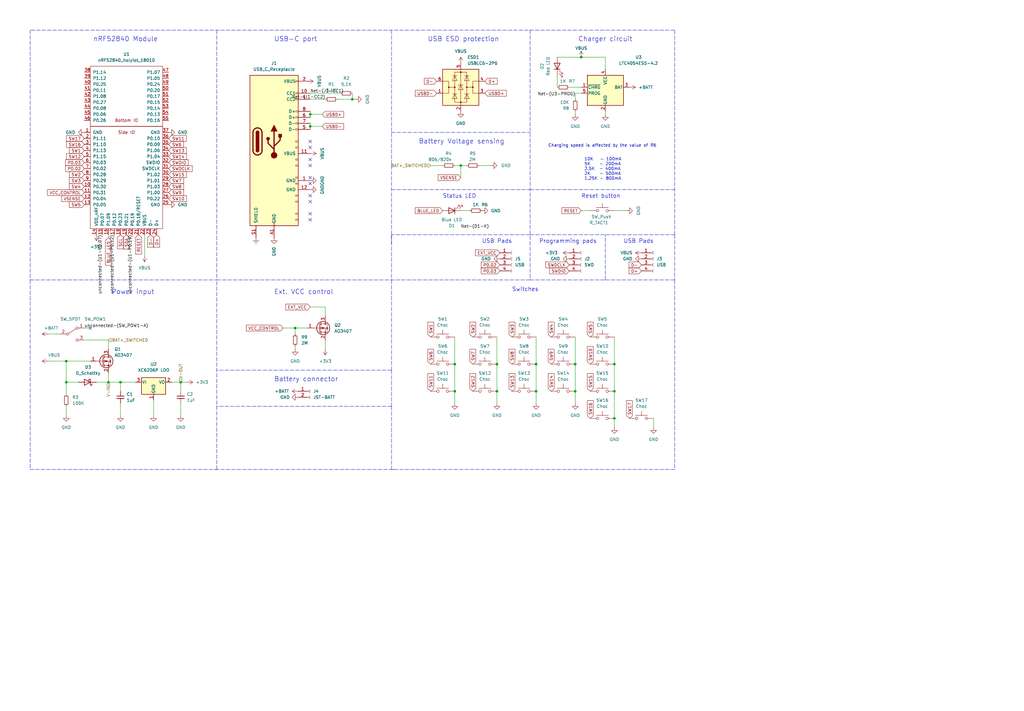
<source format=kicad_sch>
(kicad_sch (version 20211123) (generator eeschema)
  (paper "User" 431.8 299.999)
  (lib_symbols
    (symbol "Battery_Management:LTC4054ES5-4.2" (pin_names (offset 0.254))
      (property "Reference" "U" (at -5.842 6.604 0))
      (property "Value" "LTC4054ES5-4.2" (at 1.524 6.604 0))
      (symbol "LTC4054ES5-4.2_1_1"
        (pin open_collector line (at -10.16 0 0) (length 2.54) (name "~{CHRG}") (number "1"))
        (pin power_in line (at 0 -10.16 90) (length 2.54) (name "GND") (number "2"))
        (pin power_out line (at 10.16 0 180) (length 2.54) (name "BAT") (number "3"))
        (pin power_in line (at 0 7.62 270) (length 2.54) (name "VCC") (number "4"))
        (pin bidirectional line (at -10.16 -2.54 0) (length 2.54) (name "PROG") (number "5"))
      )
    )
    (symbol "Connector:Conn_01x02_Female" (pin_names (offset 1.016) hide)
      (property "Reference" "J" (at 0 2.54 0))
      (property "Value" "Conn_01x02_Female" (at 0 -5.08 0))
      (symbol "Conn_01x02_Female_1_1"
        (pin passive line (at -5.08 0 0) (length 3.81) (name "Pin_1") (number "1"))
        (pin passive line (at -5.08 -2.54 0) (length 3.81) (name "Pin_2") (number "2"))
      )
    )
    (symbol "Connector:Conn_01x04_Female" (pin_names (offset 1.016) hide)
      (property "Reference" "J" (at 0 5.08 0))
      (property "Value" "Conn_01x04_Female" (at 0 -7.62 0))
      (symbol "Conn_01x04_Female_1_1"
        (pin passive line (at -5.08 2.54 0) (length 3.81) (name "Pin_1") (number "1"))
        (pin passive line (at -5.08 0 0) (length 3.81) (name "Pin_2") (number "2"))
        (pin passive line (at -5.08 -2.54 0) (length 3.81) (name "Pin_3") (number "3"))
        (pin passive line (at -5.08 -5.08 0) (length 3.81) (name "Pin_4") (number "4"))
      )
    )
    (symbol "Connector:USB_C_Receptacle" (pin_names (offset 1.016))
      (property "Reference" "J1" (at 0 33.02 0))
      (property "Value" "USB_C_Receptacle" (at 0 30.48 0))
      (symbol "USB_C_Receptacle_1_1"
        (pin passive line (at 15.24 -16.51 180) (length 5.08) (name "GND") (number "1"))
        (pin bidirectional line (at 15.24 20.32 180) (length 5.08) (name "CC1") (number "10"))
        (pin passive line (at 15.24 -5.08 180) (length 5.08) (name "VBUS") (number "11"))
        (pin passive line (at 15.24 -20.32 180) (length 5.08) (name "GND") (number "12"))
        (pin passive line (at 15.24 25.4 180) (length 5.08) (name "VBUS") (number "2"))
        (pin bidirectional line (at 15.24 17.78 180) (length 5.08) (name "CC2") (number "4"))
        (pin bidirectional line (at 15.24 5.08 180) (length 5.08) (name "D-") (number "5"))
        (pin bidirectional line (at 15.24 10.16 180) (length 5.08) (name "D+") (number "6"))
        (pin bidirectional line (at 15.24 7.62 180) (length 5.08) (name "D-") (number "7"))
        (pin bidirectional line (at 15.24 12.7 180) (length 5.08) (name "D+") (number "8"))
        (pin passive line (at 0 -40.64 90) (length 5.08) (name "GND") (number "A1"))
        (pin passive line (at 0 -40.64 90) (length 5.08) hide (name "GND") (number "A12"))
        (pin passive line (at 0 -40.64 90) (length 5.08) hide (name "GND") (number "B1"))
        (pin passive line (at 0 -40.64 90) (length 5.08) hide (name "GND") (number "B12"))
        (pin passive line (at -7.62 -40.64 90) (length 5.08) (name "SHIELD") (number "S1"))
      )
    )
    (symbol "Device:C_Small" (pin_numbers hide) (pin_names (offset 0.254) hide)
      (property "Reference" "C" (at 0.254 1.778 0))
      (property "Value" "C_Small" (at 0.254 -2.032 0))
      (symbol "C_Small_1_1"
        (pin passive line (at 0 2.54 270) (length 2.032) (name "~") (number "1"))
        (pin passive line (at 0 -2.54 90) (length 2.032) (name "~") (number "2"))
      )
    )
    (symbol "Device:D_Schottky" (pin_numbers hide) (pin_names (offset 1.016) hide)
      (property "Reference" "D" (at 0 2.54 0))
      (property "Value" "D_Schottky" (at 0 -2.54 0))
      (symbol "D_Schottky_1_1"
        (pin passive line (at -3.81 0 0) (length 2.54) (name "K") (number "1"))
        (pin passive line (at 3.81 0 180) (length 2.54) (name "A") (number "2"))
      )
    )
    (symbol "Device:LED" (pin_numbers hide) (pin_names (offset 1.016) hide)
      (property "Reference" "D" (at 0 2.54 0))
      (property "Value" "LED" (at 0 -2.54 0))
      (symbol "LED_1_1"
        (pin passive line (at -3.81 0 0) (length 2.54) (name "K") (number "1"))
        (pin passive line (at 3.81 0 180) (length 2.54) (name "A") (number "2"))
      )
    )
    (symbol "Device:R_Small" (pin_numbers hide) (pin_names (offset 0.254) hide)
      (property "Reference" "R" (at 0.762 0.508 0))
      (property "Value" "R_Small" (at 0.762 -1.016 0))
      (symbol "R_Small_1_1"
        (pin passive line (at 0 2.54 270) (length 0.762) (name "~") (number "1"))
        (pin passive line (at 0 -2.54 90) (length 0.762) (name "~") (number "2"))
      )
    )
    (symbol "Power_Protection:USBLC6-2P6" (pin_names hide)
      (property "Reference" "U" (at 2.54 8.89 0))
      (property "Value" "USBLC6-2P6" (at 2.54 -8.89 0))
      (symbol "USBLC6-2P6_1_1"
        (pin passive line (at -10.16 -2.54 0) (length 2.54) (name "I/O1") (number "1"))
        (pin passive line (at 0 -10.16 90) (length 2.54) (name "GND") (number "2"))
        (pin passive line (at 10.16 -2.54 180) (length 2.54) (name "I/O2") (number "3"))
        (pin passive line (at 10.16 2.54 180) (length 2.54) (name "I/O2") (number "4"))
        (pin passive line (at 0 10.16 270) (length 2.54) (name "VBUS") (number "5"))
        (pin passive line (at -10.16 2.54 0) (length 2.54) (name "I/O1") (number "6"))
      )
    )
    (symbol "Switch:SW_Push" (pin_numbers hide) (pin_names (offset 1.016) hide)
      (property "Reference" "SW" (at 1.27 2.54 0))
      (property "Value" "SW_Push" (at 0 -1.524 0))
      (symbol "SW_Push_0_1"
        (pin passive line (at -5.08 0 0) (length 2.54) (name "1") (number "1"))
        (pin passive line (at 5.08 0 180) (length 2.54) (name "2") (number "2"))
      )
    )
    (symbol "Switch:SW_SPDT" (pin_names (offset 0) hide)
      (property "Reference" "SW" (at 0 4.318 0))
      (property "Value" "SW_SPDT" (at 0 -5.08 0))
      (symbol "SW_SPDT_1_1"
        (pin passive line (at 5.08 2.54 180) (length 2.54) (name "A") (number "1"))
        (pin passive line (at -5.08 0 0) (length 2.54) (name "B") (number "2"))
        (pin passive line (at 5.08 -2.54 180) (length 2.54) (name "C") (number "3"))
      )
    )
    (symbol "Transistor_FET:AO3401A" (pin_names hide)
      (property "Reference" "Q" (at 5.08 1.905 0))
      (property "Value" "AO3401A" (at 5.08 0 0))
      (symbol "AO3401A_1_1"
        (pin input line (at -5.08 0 0) (length 2.54) (name "G") (number "1"))
        (pin passive line (at 2.54 -5.08 90) (length 2.54) (name "S") (number "2"))
        (pin passive line (at 2.54 5.08 270) (length 2.54) (name "D") (number "3"))
      )
    )
    (symbol "kicad-keyboard-parts:XC6206PxxxMR-Regulator_Linear" (pin_names (offset 0.254))
      (property "Reference" "U" (at -3.81 3.175 0))
      (property "Value" "XC6206PxxxMR-Regulator_Linear" (at 0 3.175 0))
      (property "LCSC" "C5446" (at 0 0 0))
      (symbol "XC6206PxxxMR-Regulator_Linear_1_1"
        (pin power_in line (at 0 -7.62 90) (length 2.54) (name "GND") (number "1"))
        (pin power_out line (at 7.62 0 180) (length 2.54) (name "VO") (number "2"))
        (pin power_in line (at -7.62 0 0) (length 2.54) (name "VI") (number "3"))
      )
    )
    (symbol "kicad-keyboard-parts:nRF52840_holyiot_18010" (pin_names (offset 1.016))
      (property "Reference" "U" (at -2.54 39.37 0))
      (property "Value" "nRF52840_holyiot_18010" (at 0 36.83 0))
      (symbol "nRF52840_holyiot_18010_0_0"
        (text "Bottom IO" (at 0 11.43 0) (effects (font (size 1.27 1.27))))
        (text "Side IO" (at 0 6.35 0) (effects (font (size 1.27 1.27))))
      )
      (symbol "nRF52840_holyiot_18010_1_1"
        (pin power_in line (at -17.78 6.35 0) (length 2.54) (name "GND") (number "1"))
        (pin bidirectional line (at -17.78 -16.51 0) (length 2.54) (name "P0.30") (number "10"))
        (pin bidirectional line (at -17.78 -19.05 0) (length 2.54) (name "P0.31") (number "11"))
        (pin bidirectional line (at -17.78 -21.59 0) (length 2.54) (name "P0.04") (number "12"))
        (pin bidirectional line (at -17.78 -24.13 0) (length 2.54) (name "P0.05") (number "13"))
        (pin power_in line (at -12.7 -36.83 90) (length 2.54) (name "VDD_nRF") (number "14"))
        (pin bidirectional line (at -10.16 -36.83 90) (length 2.54) (name "P0.07") (number "15"))
        (pin bidirectional line (at -7.62 -36.83 90) (length 2.54) (name "P1.09") (number "16"))
        (pin bidirectional line (at -5.08 -36.83 90) (length 2.54) (name "P0.12") (number "17"))
        (pin bidirectional line (at -2.54 -36.83 90) (length 2.54) (name "P0.23") (number "18"))
        (pin bidirectional line (at 0 -36.83 90) (length 2.54) (name "P0.21") (number "19"))
        (pin bidirectional line (at -17.78 3.81 0) (length 2.54) (name "P1.11") (number "2"))
        (pin bidirectional line (at 2.54 -36.83 90) (length 2.54) (name "P0.19") (number "20"))
        (pin input line (at 5.08 -36.83 90) (length 2.54) (name "P0.18/RESET") (number "21"))
        (pin power_in line (at 7.62 -36.83 90) (length 2.54) (name "VBUS") (number "22"))
        (pin bidirectional line (at 10.16 -36.83 90) (length 2.54) (name "D-") (number "23"))
        (pin bidirectional line (at 12.7 -36.83 90) (length 2.54) (name "D+") (number "24"))
        (pin power_in line (at 17.78 -24.13 180) (length 2.54) (name "GND") (number "25"))
        (pin bidirectional line (at 17.78 -21.59 180) (length 2.54) (name "P0.22") (number "26"))
        (pin bidirectional line (at 17.78 -19.05 180) (length 2.54) (name "P1.00") (number "27"))
        (pin bidirectional line (at 17.78 -16.51 180) (length 2.54) (name "P1.03") (number "28"))
        (pin bidirectional line (at 17.78 -13.97 180) (length 2.54) (name "P1.01") (number "29"))
        (pin bidirectional line (at -17.78 1.27 0) (length 2.54) (name "P1.10") (number "3"))
        (pin bidirectional line (at 17.78 -11.43 180) (length 2.54) (name "P1.02") (number "30"))
        (pin bidirectional line (at 17.78 -8.89 180) (length 2.54) (name "SWDCLK") (number "31"))
        (pin bidirectional line (at 17.78 -6.35 180) (length 2.54) (name "SWDIO") (number "32"))
        (pin bidirectional line (at 17.78 -3.81 180) (length 2.54) (name "P1.04") (number "33"))
        (pin bidirectional line (at 17.78 -1.27 180) (length 2.54) (name "P1.06") (number "34"))
        (pin bidirectional line (at 17.78 1.27 180) (length 2.54) (name "P0.09") (number "35"))
        (pin bidirectional line (at 17.78 3.81 180) (length 2.54) (name "P0.10") (number "36"))
        (pin power_in line (at 17.78 6.35 180) (length 2.54) (name "GND") (number "37"))
        (pin bidirectional line (at -17.78 31.75 0) (length 2.54) (name "P1.14") (number "38"))
        (pin bidirectional line (at -17.78 29.21 0) (length 2.54) (name "P1.12") (number "39"))
        (pin bidirectional line (at -17.78 -1.27 0) (length 2.54) (name "P1.13") (number "4"))
        (pin bidirectional line (at -17.78 26.67 0) (length 2.54) (name "P0.25") (number "40"))
        (pin bidirectional line (at -17.78 24.13 0) (length 2.54) (name "P0.11") (number "41"))
        (pin bidirectional line (at -17.78 21.59 0) (length 2.54) (name "P1.08") (number "42"))
        (pin bidirectional line (at -17.78 19.05 0) (length 2.54) (name "P0.27") (number "43"))
        (pin bidirectional line (at -17.78 16.51 0) (length 2.54) (name "P0.08") (number "44"))
        (pin bidirectional line (at -17.78 13.97 0) (length 2.54) (name "P0.06") (number "45"))
        (pin bidirectional line (at -17.78 11.43 0) (length 2.54) (name "P0.26") (number "46"))
        (pin bidirectional line (at 17.78 31.75 180) (length 2.54) (name "P1.07") (number "47"))
        (pin bidirectional line (at 17.78 29.21 180) (length 2.54) (name "P1.05") (number "48"))
        (pin bidirectional line (at 17.78 26.67 180) (length 2.54) (name "P0.24") (number "49"))
        (pin bidirectional line (at -17.78 -3.81 0) (length 2.54) (name "P1.15") (number "5"))
        (pin bidirectional line (at 17.78 24.13 180) (length 2.54) (name "P0.20") (number "50"))
        (pin bidirectional line (at 17.78 21.59 180) (length 2.54) (name "P0.17") (number "51"))
        (pin bidirectional line (at 17.78 19.05 180) (length 2.54) (name "P0.15") (number "52"))
        (pin bidirectional line (at 17.78 16.51 180) (length 2.54) (name "P0.14") (number "53"))
        (pin bidirectional line (at 17.78 13.97 180) (length 2.54) (name "P0.13") (number "54"))
        (pin bidirectional line (at 17.78 11.43 180) (length 2.54) (name "P0.16") (number "55"))
        (pin bidirectional line (at -17.78 -6.35 0) (length 2.54) (name "P0.03") (number "6"))
        (pin bidirectional line (at -17.78 -8.89 0) (length 2.54) (name "P0.02") (number "7"))
        (pin bidirectional line (at -17.78 -11.43 0) (length 2.54) (name "P0.28") (number "8"))
        (pin bidirectional line (at -17.78 -13.97 0) (length 2.54) (name "P0.29") (number "9"))
      )
    )
    (symbol "power:+3.3V" (power) (pin_names (offset 0))
      (property "Value" "+3.3V" (at 0 3.556 0))
      (symbol "+3.3V_1_1"
        (pin power_in line (at 0 0 90) (length 0) hide (name "+3V3") (number "1"))
      )
    )
    (symbol "power:+BATT" (power) (pin_names (offset 0))
      (property "Value" "+BATT" (at 0 3.556 0))
      (symbol "+BATT_1_1"
        (pin power_in line (at 0 0 90) (length 0) hide (name "+BATT") (number "1"))
      )
    )
    (symbol "power:Earth" (power) (pin_names (offset 0))
      (symbol "Earth_1_1"
        (pin power_in line (at 0 0 270) (length 0) hide (name "Earth") (number "1"))
      )
    )
    (symbol "power:GND" (power) (pin_names (offset 0))
      (property "Value" "GND" (at 0 -3.81 0))
      (symbol "GND_1_1"
        (pin power_in line (at 0 0 270) (length 0) hide (name "GND") (number "1"))
      )
    )
    (symbol "power:VBUS" (power) (pin_names (offset 0))
      (property "Value" "VBUS" (at 0 3.81 0))
      (symbol "VBUS_1_1"
        (pin power_in line (at 0 0 90) (length 0) hide (name "VBUS") (number "1"))
      )
    )
  )
  (junction (at 191.77 165.1))
  (junction (at 50.8 161.29))
  (junction (at 27.94 152.4))
  (junction (at 245.11 24.13))
  (junction (at 27.94 161.29))
  (junction (at 226.06 153.67))
  (junction (at 130.81 53.34))
  (junction (at 76.2 161.29))
  (junction (at 148.59 41.91))
  (junction (at 226.06 165.1))
  (junction (at 242.57 165.1))
  (junction (at 259.08 153.67))
  (junction (at 242.57 153.67))
  (junction (at 191.77 153.67))
  (junction (at 130.81 48.26))
  (junction (at 209.55 153.67))
  (junction (at 259.08 165.1))
  (junction (at 194.31 69.85))
  (junction (at 209.55 165.1))
  (junction (at 45.72 161.29))
  (junction (at 124.46 138.43))
  (junction (at 259.08 176.53))
  (no_connect (at 130.81 92.71))
  (no_connect (at 130.81 90.17))
  (no_connect (at 38.1 138.43))
  (no_connect (at 130.81 85.09))
  (no_connect (at 130.81 77.47))
  (no_connect (at 130.81 62.23))
  (no_connect (at 130.81 69.85))
  (no_connect (at 130.81 74.93))
  (no_connect (at 130.81 67.31))
  (no_connect (at 130.81 59.69))
  (no_connect (at 130.81 82.55))
  (polyline (pts (xy 12.7 118.11) (xy 91.44 118.11)))
  (polyline (pts (xy 91.44 12.7) (xy 91.44 118.11)))
  (wire (pts (xy 76.2 161.29) (xy 76.2 165.1)))
  (wire (pts (xy 124.46 138.43) (xy 129.54 138.43)))
  (wire (pts (xy 119.38 138.43) (xy 124.46 138.43)))
  (wire (pts (xy 130.81 48.26) (xy 130.81 49.53)))
  (wire (pts (xy 209.55 165.1) (xy 209.55 170.18)))
  (wire (pts (xy 50.8 170.18) (xy 50.8 175.26)))
  (wire (pts (xy 50.8 161.29) (xy 50.8 165.1)))
  (wire (pts (xy 194.31 69.85) (xy 196.85 69.85)))
  (wire (pts (xy 191.77 69.85) (xy 194.31 69.85)))
  (wire (pts (xy 60.96 99.06) (xy 60.96 107.95)))
  (polyline (pts (xy 223.52 118.11) (xy 255.27 118.11)))
  (polyline (pts (xy 255.27 118.11) (xy 255.27 99.06)))
  (wire (pts (xy 137.16 147.32) (xy 137.16 143.51)))
  (polyline (pts (xy 165.1 80.01) (xy 223.52 80.01)))
  (wire (pts (xy 194.31 88.9) (xy 198.12 88.9)))
  (wire (pts (xy 242.57 153.67) (xy 242.57 165.1)))
  (wire (pts (xy 35.56 143.51) (xy 45.72 143.51)))
  (wire (pts (xy 240.03 36.83) (xy 245.11 36.83)))
  (wire (pts (xy 242.57 46.99) (xy 242.57 48.26)))
  (wire (pts (xy 245.11 24.13) (xy 255.27 24.13)))
  (wire (pts (xy 27.94 175.26) (xy 27.94 171.45)))
  (wire (pts (xy 275.59 176.53) (xy 275.59 180.34)))
  (wire (pts (xy 194.31 69.85) (xy 194.31 74.93)))
  (wire (pts (xy 76.2 161.29) (xy 78.74 161.29)))
  (wire (pts (xy 72.39 161.29) (xy 76.2 161.29)))
  (wire (pts (xy 25.4 140.97) (xy 20.32 140.97)))
  (polyline (pts (xy 165.1 99.06) (xy 165.1 102.87)))
  (polyline (pts (xy 223.52 99.06) (xy 165.1 99.06)))
  (polyline (pts (xy 165.1 156.21) (xy 91.44 156.21)))
  (polyline (pts (xy 165.1 118.11) (xy 165.1 156.21)))
  (wire (pts (xy 20.32 152.4) (xy 27.94 152.4)))
  (wire (pts (xy 27.94 152.4) (xy 38.1 152.4)))
  (wire (pts (xy 76.2 170.18) (xy 76.2 175.26)))
  (wire (pts (xy 124.46 138.43) (xy 124.46 140.97)))
  (wire (pts (xy 50.8 161.29) (xy 57.15 161.29)))
  (wire (pts (xy 40.64 161.29) (xy 45.72 161.29)))
  (wire (pts (xy 45.72 161.29) (xy 50.8 161.29)))
  (wire (pts (xy 45.72 157.48) (xy 45.72 161.29)))
  (wire (pts (xy 226.06 142.24) (xy 226.06 153.67)))
  (wire (pts (xy 27.94 152.4) (xy 27.94 161.29)))
  (wire (pts (xy 27.94 161.29) (xy 27.94 166.37)))
  (polyline (pts (xy 165.1 55.88) (xy 223.52 55.88)))
  (wire (pts (xy 245.11 39.37) (xy 242.57 39.37)))
  (wire (pts (xy 242.57 39.37) (xy 242.57 41.91)))
  (wire (pts (xy 130.81 48.26) (xy 135.89 48.26)))
  (wire (pts (xy 45.72 99.06) (xy 45.72 100.33)))
  (wire (pts (xy 130.81 129.54) (xy 137.16 129.54)))
  (wire (pts (xy 209.55 142.24) (xy 209.55 153.67)))
  (wire (pts (xy 129.54 34.29) (xy 130.81 34.29)))
  (wire (pts (xy 27.94 161.29) (xy 33.02 161.29)))
  (polyline (pts (xy 91.44 198.12) (xy 91.44 118.11)))
  (polyline (pts (xy 12.7 118.11) (xy 12.7 198.12)))
  (polyline (pts (xy 12.7 198.12) (xy 91.44 198.12)))
  (wire (pts (xy 259.08 88.9) (xy 264.16 88.9)))
  (wire (pts (xy 201.93 69.85) (xy 207.01 69.85)))
  (wire (pts (xy 45.72 147.32) (xy 45.72 143.51)))
  (polyline (pts (xy 284.48 12.7) (xy 12.7 12.7)))
  (polyline (pts (xy 12.7 12.7) (xy 12.7 118.11)))
  (polyline (pts (xy 284.48 99.06) (xy 284.48 12.7)))
  (polyline (pts (xy 223.52 99.06) (xy 284.48 99.06)))
  (wire (pts (xy 35.56 138.43) (xy 38.1 138.43)))
  (wire (pts (xy 234.95 31.75) (xy 234.95 36.83)))
  (wire (pts (xy 226.06 153.67) (xy 226.06 165.1)))
  (wire (pts (xy 130.81 52.07) (xy 130.81 53.34)))
  (wire (pts (xy 259.08 153.67) (xy 259.08 165.1)))
  (wire (pts (xy 242.57 142.24) (xy 242.57 153.67)))
  (wire (pts (xy 148.59 41.91) (xy 149.86 41.91)))
  (wire (pts (xy 142.24 41.91) (xy 148.59 41.91)))
  (wire (pts (xy 242.57 165.1) (xy 242.57 170.18)))
  (wire (pts (xy 209.55 153.67) (xy 209.55 165.1)))
  (wire (pts (xy 130.81 39.37) (xy 143.51 39.37)))
  (wire (pts (xy 130.81 53.34) (xy 130.81 54.61)))
  (wire (pts (xy 130.81 41.91) (xy 137.16 41.91)))
  (wire (pts (xy 259.08 176.53) (xy 259.08 180.34)))
  (wire (pts (xy 259.08 165.1) (xy 259.08 176.53)))
  (wire (pts (xy 255.27 48.26) (xy 255.27 46.99)))
  (wire (pts (xy 259.08 142.24) (xy 259.08 153.67)))
  (wire (pts (xy 191.77 142.24) (xy 191.77 153.67)))
  (wire (pts (xy 191.77 153.67) (xy 191.77 165.1)))
  (wire (pts (xy 191.77 165.1) (xy 191.77 170.18)))
  (wire (pts (xy 255.27 24.13) (xy 255.27 29.21)))
  (polyline (pts (xy 284.48 198.12) (xy 90.17 198.12)))
  (polyline (pts (xy 284.48 118.11) (xy 284.48 198.12)))
  (wire (pts (xy 245.11 88.9) (xy 248.92 88.9)))
  (polyline (pts (xy 165.1 156.21) (xy 165.1 171.45)))
  (polyline (pts (xy 165.1 171.45) (xy 91.44 171.45)))
  (wire (pts (xy 64.77 168.91) (xy 64.77 175.26)))
  (wire (pts (xy 181.61 69.85) (xy 186.69 69.85)))
  (polyline (pts (xy 284.48 99.06) (xy 284.48 118.11)))
  (polyline (pts (xy 284.48 118.11) (xy 255.27 118.11)))
  (wire (pts (xy 226.06 165.1) (xy 226.06 170.18)))
  (wire (pts (xy 130.81 46.99) (xy 130.81 48.26)))
  (polyline (pts (xy 91.44 118.11) (xy 165.1 118.11)))
  (polyline (pts (xy 165.1 12.7) (xy 165.1 118.11)))
  (polyline (pts (xy 165.1 171.45) (xy 165.1 198.12)))
  (polyline (pts (xy 165.1 198.12) (xy 166.37 198.12)))
  (polyline (pts (xy 223.52 118.11) (xy 165.1 118.11)))
  (polyline (pts (xy 223.52 12.7) (xy 223.52 118.11)))
  (wire (pts (xy 130.81 53.34) (xy 135.89 53.34)))
  (wire (pts (xy 137.16 129.54) (xy 137.16 133.35)))
  (wire (pts (xy 124.46 147.32) (xy 124.46 146.05)))
  (wire (pts (xy 234.95 24.13) (xy 245.11 24.13)))
  (wire (pts (xy 148.59 41.91) (xy 148.59 39.37)))
  (polyline (pts (xy 223.52 80.01) (xy 284.48 80.01)))
  (text "Status LED" (at 186.69 83.82 0) (effects (font (size 1.7 1.7)) (justify left bottom)))
  (text "Battery Voltage sensing" (at 176.53 60.96 0) (effects (font (size 2 2)) (justify left bottom)))
  (text "10K   - 100mA\n5K    - 200mA\n2.5K  - 400mA\n2K    - 500mA\n1.25K - 800mA" (at 246.38 76.2 0) (effects (font (size 1.27 1.27)) (justify left bottom)))
  (text "USB-C port" (at 115.57 17.78 0) (effects (font (size 2 2)) (justify left bottom)))
  (text "Battery connector" (at 115.57 161.29 0) (effects (font (size 2 2)) (justify left bottom)))
  (text "Charger circuit" (at 243.84 17.78 0) (effects (font (size 2 2)) (justify left bottom)))
  (text "Switches" (at 215.9 123.19 0) (effects (font (size 1.7 1.7)) (justify left bottom)))
  (text "USB ESD protection" (at 180.34 17.78 0) (effects (font (size 2 2)) (justify left bottom)))
  (text "USB Pads" (at 262.89 102.87 0) (effects (font (size 1.7 1.7)) (justify left bottom)))
  (text "Programming pads" (at 227.33 102.87 0) (effects (font (size 1.7 1.7)) (justify left bottom)))
  (text "nRF52840 Module" (at 39.37 17.78 0) (effects (font (size 2 2)) (justify left bottom)))
  (text "Charging speed is affected by the value of R6" (at 231.14 62.23 0) (effects (font (size 1.27 1.27)) (justify left bottom)))
  (text "USB Pads" (at 203.2 102.87 0) (effects (font (size 1.7 1.7)) (justify left bottom)))
  (text "Reset button" (at 245.11 83.82 0) (effects (font (size 1.7 1.7)) (justify left bottom)))
  (text "Power input" (at 46.99 124.46 0) (effects (font (size 2 2)) (justify left bottom)))
  (text "Ext. VCC control" (at 115.57 124.46 0) (effects (font (size 2 2)) (justify left bottom)))
  (label "unconnected-(SW_POW1-A)" (at 35.56 138.43 0))
  (label "Net-(U3-PROG)" (at 242.57 40.64 180))
  (label "unconnected-(U1-P0.19)" (at 55.88 99.06 270))
  (label "Net-(J1-CC2)" (at 137.16 41.91 180))
  (label "unconnected-(U1-P0.07)" (at 43.18 99.06 270))
  (label "Net-(J1-CC1)" (at 130.81 39.37 0))
  (label "Net-(D1-K)" (at 194.31 96.52 0))
  (label "unconnected-(U1-P0.12)" (at 48.26 99.06 270))
  (global_label "BLUE_LED" (shape input) (at 186.69 88.9 180) (property "Intersheet References" "${INTERSHEET_REFS}" (effects hide)))
  (global_label "USBD-" (shape input) (at 135.89 53.34 0) (property "Intersheet References" "${INTERSHEET_REFS}" (effects hide)))
  (global_label "BLUE_LED" (shape input) (at 45.72 100.33 270) (property "Intersheet References" "${INTERSHEET_REFS}" (effects hide)))
  (global_label "SWDCLK" (shape input) (at 240.03 111.76 180) (property "Intersheet References" "${INTERSHEET_REFS}" (effects hide)))
  (global_label "SW2" (shape input) (at 199.39 142.24 90) (property "Intersheet References" "${INTERSHEET_REFS}" (effects hide)))
  (global_label "SW6" (shape input) (at 181.61 153.67 90) (property "Intersheet References" "${INTERSHEET_REFS}" (effects hide)))
  (global_label "SW17" (shape input) (at 35.56 58.42 180) (property "Intersheet References" "${INTERSHEET_REFS}" (effects hide)))
  (global_label "P0.03" (shape input) (at 210.82 114.3 180) (property "Intersheet References" "${INTERSHEET_REFS}" (effects hide)))
  (global_label "SW11" (shape input) (at 181.61 165.1 90) (property "Intersheet References" "${INTERSHEET_REFS}" (effects hide)))
  (global_label "SW2" (shape input) (at 35.56 73.66 180) (property "Intersheet References" "${INTERSHEET_REFS}" (effects hide)))
  (global_label "D-" (shape input) (at 270.51 111.76 180) (property "Intersheet References" "${INTERSHEET_REFS}" (effects hide)))
  (global_label "SCL" (shape input) (at 50.8 99.06 270) (property "Intersheet References" "${INTERSHEET_REFS}" (effects hide)))
  (global_label "SDA" (shape input) (at 53.34 99.06 270) (property "Intersheet References" "${INTERSHEET_REFS}" (effects hide)))
  (global_label "SW10" (shape input) (at 248.92 153.67 90) (property "Intersheet References" "${INTERSHEET_REFS}" (effects hide)))
  (global_label "SWDCLK" (shape input) (at 71.12 71.12 0) (property "Intersheet References" "${INTERSHEET_REFS}" (effects hide)))
  (global_label "SW10" (shape input) (at 71.12 83.82 0) (property "Intersheet References" "${INTERSHEET_REFS}" (effects hide)))
  (global_label "D-" (shape input) (at 184.15 34.29 180) (property "Intersheet References" "${INTERSHEET_REFS}" (effects hide)))
  (global_label "USBD-" (shape input) (at 184.15 39.37 180) (property "Intersheet References" "${INTERSHEET_REFS}" (effects hide)))
  (global_label "SW6" (shape input) (at 71.12 60.96 0) (property "Intersheet References" "${INTERSHEET_REFS}" (effects hide)))
  (global_label "D-" (shape input) (at 63.5 99.06 270) (property "Intersheet References" "${INTERSHEET_REFS}" (effects hide)))
  (global_label "SW11" (shape input) (at 71.12 58.42 0) (property "Intersheet References" "${INTERSHEET_REFS}" (effects hide)))
  (global_label "VSENSE" (shape input) (at 35.56 83.82 180) (property "Intersheet References" "${INTERSHEET_REFS}" (effects hide)))
  (global_label "SW4" (shape input) (at 232.41 142.24 90) (property "Intersheet References" "${INTERSHEET_REFS}" (effects hide)))
  (global_label "SW14" (shape input) (at 71.12 66.04 0) (property "Intersheet References" "${INTERSHEET_REFS}" (effects hide)))
  (global_label "SW15" (shape input) (at 248.92 165.1 90) (property "Intersheet References" "${INTERSHEET_REFS}" (effects hide)))
  (global_label "SW3" (shape input) (at 35.56 76.2 180) (property "Intersheet References" "${INTERSHEET_REFS}" (effects hide)))
  (global_label "VSENSE" (shape input) (at 194.31 74.93 180) (property "Intersheet References" "${INTERSHEET_REFS}" (effects hide)))
  (global_label "USBD+" (shape input) (at 135.89 48.26 0) (property "Intersheet References" "${INTERSHEET_REFS}" (effects hide)))
  (global_label "SW15" (shape input) (at 71.12 73.66 0) (property "Intersheet References" "${INTERSHEET_REFS}" (effects hide)))
  (global_label "D+" (shape input) (at 66.04 99.06 270) (property "Intersheet References" "${INTERSHEET_REFS}" (effects hide)))
  (global_label "SW13" (shape input) (at 71.12 63.5 0) (property "Intersheet References" "${INTERSHEET_REFS}" (effects hide)))
  (global_label "SWDIO" (shape input) (at 71.12 68.58 0) (property "Intersheet References" "${INTERSHEET_REFS}" (effects hide)))
  (global_label "SW12" (shape input) (at 35.56 66.04 180) (property "Intersheet References" "${INTERSHEET_REFS}" (effects hide)))
  (global_label "SW1" (shape input) (at 181.61 142.24 90) (property "Intersheet References" "${INTERSHEET_REFS}" (effects hide)))
  (global_label "EXT_VCC" (shape input) (at 210.82 106.68 180) (property "Intersheet References" "${INTERSHEET_REFS}" (effects hide)))
  (global_label "D+" (shape input) (at 204.47 34.29 0) (property "Intersheet References" "${INTERSHEET_REFS}" (effects hide)))
  (global_label "SW8" (shape input) (at 71.12 78.74 0) (property "Intersheet References" "${INTERSHEET_REFS}" (effects hide)))
  (global_label "D+" (shape input) (at 270.51 114.3 180) (property "Intersheet References" "${INTERSHEET_REFS}" (effects hide)))
  (global_label "SW17" (shape input) (at 265.43 176.53 90) (property "Intersheet References" "${INTERSHEET_REFS}" (effects hide)))
  (global_label "SW7" (shape input) (at 199.39 153.67 90) (property "Intersheet References" "${INTERSHEET_REFS}" (effects hide)))
  (global_label "SW9" (shape input) (at 71.12 81.28 0) (property "Intersheet References" "${INTERSHEET_REFS}" (effects hide)))
  (global_label "SW16" (shape input) (at 248.92 176.53 90) (property "Intersheet References" "${INTERSHEET_REFS}" (effects hide)))
  (global_label "P0.02" (shape input) (at 210.82 111.76 180) (property "Intersheet References" "${INTERSHEET_REFS}" (effects hide)))
  (global_label "SW8" (shape input) (at 215.9 153.67 90) (property "Intersheet References" "${INTERSHEET_REFS}" (effects hide)))
  (global_label "SW3" (shape input) (at 215.9 142.24 90) (property "Intersheet References" "${INTERSHEET_REFS}" (effects hide)))
  (global_label "SW12" (shape input) (at 199.39 165.1 90) (property "Intersheet References" "${INTERSHEET_REFS}" (effects hide)))
  (global_label "SW5" (shape input) (at 248.92 142.24 90) (property "Intersheet References" "${INTERSHEET_REFS}" (effects hide)))
  (global_label "RESET" (shape input) (at 58.42 99.06 270) (property "Intersheet References" "${INTERSHEET_REFS}" (effects hide)))
  (global_label "SW7" (shape input) (at 71.12 76.2 0) (property "Intersheet References" "${INTERSHEET_REFS}" (effects hide)))
  (global_label "SW4" (shape input) (at 35.56 78.74 180) (property "Intersheet References" "${INTERSHEET_REFS}" (effects hide)))
  (global_label "SW9" (shape input) (at 232.41 153.67 90) (property "Intersheet References" "${INTERSHEET_REFS}" (effects hide)))
  (global_label "VCC_CONTROL" (shape input) (at 35.56 81.28 180) (property "Intersheet References" "${INTERSHEET_REFS}" (effects hide)))
  (global_label "P0.03" (shape input) (at 35.56 68.58 180) (property "Intersheet References" "${INTERSHEET_REFS}" (effects hide)))
  (global_label "VCC_CONTROL" (shape input) (at 119.38 138.43 180) (property "Intersheet References" "${INTERSHEET_REFS}" (effects hide)))
  (global_label "SW16" (shape input) (at 35.56 60.96 180) (property "Intersheet References" "${INTERSHEET_REFS}" (effects hide)))
  (global_label "SW14" (shape input) (at 232.41 165.1 90) (property "Intersheet References" "${INTERSHEET_REFS}" (effects hide)))
  (global_label "SW1" (shape input) (at 35.56 63.5 180) (property "Intersheet References" "${INTERSHEET_REFS}" (effects hide)))
  (global_label "SW5" (shape input) (at 35.56 86.36 180) (property "Intersheet References" "${INTERSHEET_REFS}" (effects hide)))
  (global_label "USBD+" (shape input) (at 204.47 39.37 0) (property "Intersheet References" "${INTERSHEET_REFS}" (effects hide)))
  (global_label "SWDIO" (shape input) (at 240.03 114.3 180) (property "Intersheet References" "${INTERSHEET_REFS}" (effects hide)))
  (global_label "EXT_VCC" (shape input) (at 130.81 129.54 180) (property "Intersheet References" "${INTERSHEET_REFS}" (effects hide)))
  (global_label "RESET" (shape input) (at 245.11 88.9 180) (property "Intersheet References" "${INTERSHEET_REFS}" (effects hide)))
  (global_label "SW13" (shape input) (at 215.9 165.1 90) (property "Intersheet References" "${INTERSHEET_REFS}" (effects hide)))
  (global_label "P0.02" (shape input) (at 35.56 71.12 180) (property "Intersheet References" "${INTERSHEET_REFS}" (effects hide)))
  (hierarchical_label "BAT+_SWITCHED" (shape input) (at 181.61 69.85 180))
  (hierarchical_label "BAT+_SWITCHED" (shape input) (at 45.72 143.51 0))
  (hierarchical_label "V-IN" (shape input) (at 45.72 161.29 270))
  (hierarchical_label "V-OUT" (shape input) (at 76.2 161.29 90))
  (symbol (lib_id "Device:R_Small") (at 199.39 69.85 90) (unit 1)
    (property "Reference" "R5" (at 200.66 64.77 90) (effects (justify left)))
    (property "Value" "2M" (at 200.6599 67.31 90) (effects (justify left)))
    (property "Footprint" "Resistor_SMD:R_0603_1608Metric" (effects hide))
  )
  (symbol (lib_id "power:GND") (at 242.57 48.26 0) (unit 1)
    (property "Reference" "#PWR0134" (effects hide))
    (property "Value" "GND" (at 242.57 53.34 0))
  )
  (symbol (lib_id "Switch:SW_Push") (at 220.98 153.67 0) (unit 1)
    (property "Reference" "SW8" (at 220.98 146.05 0))
    (property "Value" "Choc" (at 220.98 148.59 0))
    (property "Footprint" "kiboard_cache:PG13500-reversible" (effects hide))
  )
  (symbol (lib_id "power:GND") (at 130.81 76.2 90) (unit 1)
    (property "Reference" "#PWR0133" (effects hide))
    (property "Value" "GND" (at 135.89 76.2 0))
  )
  (symbol (lib_id "Battery_Management:LTC4054ES5-4.2") (at 255.27 36.83 0) (unit 1)
    (property "Reference" "U3" (at 269.24 24.13 0))
    (property "Value" "LTC4054ES5-4.2" (at 269.24 26.67 0))
    (property "Footprint" "Package_TO_SOT_SMD:TSOT-23-5" (effects hide))
    (property "Datasheet" "https://www.analog.com/media/en/technical-documentation/data-sheets/405442xf.pdf" (effects hide))
  )
  (symbol (lib_id "power:GND") (at 226.06 170.18 0) (unit 1)
    (property "Reference" "#PWR0140" (effects hide))
    (property "Value" "GND" (at 226.06 175.26 0))
  )
  (symbol (lib_id "power:GND") (at 130.81 80.01 90) (unit 1)
    (property "Reference" "#PWR0144" (effects hide))
    (property "Value" "GND" (at 135.89 80.01 0))
  )
  (symbol (lib_id "power:GND") (at 210.82 109.22 270) (unit 1)
    (property "Reference" "#PWR0114" (effects hide))
    (property "Value" "GND" (at 207.01 109.2199 90) (effects (justify right)))
  )
  (symbol (lib_id "Switch:SW_Push") (at 186.69 153.67 0) (unit 1)
    (property "Reference" "SW6" (at 186.69 146.05 0))
    (property "Value" "Choc" (at 186.69 148.59 0))
    (property "Footprint" "kiboard_cache:PG13500-reversible" (effects hide))
  )
  (symbol (lib_id "power:GND") (at 194.31 46.99 0) (unit 1)
    (property "Reference" "#PWR0136" (effects hide))
    (property "Value" "GND" (at 194.31 52.07 0))
  )
  (symbol (lib_id "Power_Protection:USBLC6-2P6") (at 194.31 36.83 0) (unit 1)
    (property "Reference" "ESD1" (at 197.0787 24.13 0) (effects (justify left)))
    (property "Value" "USBLC6-2P6" (at 197.0787 26.67 0) (effects (justify left)))
    (property "Footprint" "Package_TO_SOT_SMD:SOT-666" (effects hide))
    (property "Datasheet" "https://www.st.com/resource/en/datasheet/usblc6-2.pdf" (effects hide))
  )
  (symbol (lib_id "Switch:SW_Push") (at 254 88.9 0) (unit 1)
    (property "Reference" "R_TACT1" (at 256.54 93.98 0) (effects (justify right)))
    (property "Value" "SW_Push" (at 257.81 91.44 0) (effects (justify right)))
    (property "Footprint" "Button_Switch_SMD:SW_SPST_EVQP7C" (effects hide))
  )
  (symbol (lib_id "power:GND") (at 270.51 109.22 270) (unit 1)
    (property "Reference" "#PWR0127" (effects hide))
    (property "Value" "GND" (at 266.7 109.2199 90) (effects (justify right)))
  )
  (symbol (lib_id "power:GND") (at 76.2 175.26 0) (unit 1)
    (property "Reference" "#PWR0101" (effects hide))
    (property "Value" "GND" (at 76.2 180.34 0))
  )
  (symbol (lib_id "Device:R_Small") (at 124.46 143.51 0) (unit 1)
    (property "Reference" "R9" (at 127 142.24 0) (effects (justify left)))
    (property "Value" "2M" (at 127 144.7799 0) (effects (justify left)))
    (property "Footprint" "Resistor_SMD:R_0603_1608Metric" (effects hide))
  )
  (symbol (lib_id "Device:C_Small") (at 76.2 167.64 0) (unit 1)
    (property "Reference" "C2" (at 78.74 166.3762 0) (effects (justify left)))
    (property "Value" "1uF" (at 78.74 168.9162 0) (effects (justify left)))
    (property "Footprint" "Capacitor_SMD:C_0603_1608Metric" (effects hide))
  )
  (symbol (lib_id "kicad-keyboard-parts:nRF52840_holyiot_18010") (at 53.34 62.23 0) (unit 1)
    (property "Reference" "U1" (at 53.34 22.86 0))
    (property "Value" "nRF52840_holyiot_18010" (at 53.34 25.4 0))
    (property "Footprint" "nRF52840_holyiot_18010" (effects hide))
    (property "Datasheet" "http://www.holyiot.com/tp/2019042516322180424.pdf" (effects hide))
  )
  (symbol (lib_id "Switch:SW_Push") (at 254 165.1 0) (unit 1)
    (property "Reference" "SW15" (at 254 157.48 0))
    (property "Value" "Choc" (at 254 160.02 0))
    (property "Footprint" "kiboard_cache:PG13500-reversible" (effects hide))
  )
  (symbol (lib_id "Device:R_Small") (at 242.57 44.45 180) (unit 1)
    (property "Reference" "R8" (at 240.03 45.72 0) (effects (justify left)))
    (property "Value" "10K" (at 240.03 43.1801 0) (effects (justify left)))
    (property "Footprint" "Resistor_SMD:R_0603_1608Metric" (effects hide))
  )
  (symbol (lib_id "power:GND") (at 71.12 86.36 90) (unit 1)
    (property "Reference" "#PWR0115" (effects hide))
    (property "Value" "GND" (at 74.93 86.3599 90) (effects (justify right)))
  )
  (symbol (lib_id "power:+3.3V") (at 78.74 161.29 270) (unit 1)
    (property "Reference" "#PWR0102" (effects hide))
    (property "Value" "+3.3V" (at 82.55 161.2899 90) (effects (justify left)))
  )
  (symbol (lib_id "Switch:SW_Push") (at 204.47 153.67 0) (unit 1)
    (property "Reference" "SW7" (at 204.47 146.05 0))
    (property "Value" "Choc" (at 204.47 148.59 0))
    (property "Footprint" "kiboard_cache:PG13500-reversible" (effects hide))
  )
  (symbol (lib_id "power:GND") (at 35.56 55.88 270) (unit 1)
    (property "Reference" "#PWR0117" (effects hide))
    (property "Value" "GND" (at 31.75 55.8799 90) (effects (justify right)))
  )
  (symbol (lib_id "power:VBUS") (at 20.32 152.4 90) (unit 1)
    (property "Reference" "#PWR0103" (effects hide))
    (property "Value" "VBUS" (at 25.4 149.86 90) (effects (justify left)))
  )
  (symbol (lib_id "Switch:SW_Push") (at 204.47 142.24 0) (unit 1)
    (property "Reference" "SW2" (at 204.47 134.62 0))
    (property "Value" "Choc" (at 204.47 137.16 0))
    (property "Footprint" "kiboard_cache:PG13500-reversible" (effects hide))
  )
  (symbol (lib_id "power:GND") (at 203.2 88.9 90) (unit 1)
    (property "Reference" "#PWR0131" (effects hide))
    (property "Value" "GND" (at 207.01 88.8999 90) (effects (justify right)))
  )
  (symbol (lib_id "Connector:Conn_01x04_Female") (at 215.9 109.22 0) (unit 1)
    (property "Reference" "J5" (at 217.17 109.2199 0) (effects (justify left)))
    (property "Value" "USB" (at 217.17 111.7599 0) (effects (justify left)))
    (property "Footprint" "Connector_PinHeader_2.00mm:PinHeader_1x04_P2.00mm_Vertical" (effects hide))
  )
  (symbol (lib_id "Transistor_FET:AO3401A") (at 134.62 138.43 0) (unit 1)
    (property "Reference" "Q2" (at 140.97 137.1599 0) (effects (justify left)))
    (property "Value" "AO3407" (at 140.97 139.6999 0) (effects (justify left)))
    (property "Footprint" "Package_TO_SOT_SMD:SOT-23" (effects hide))
    (property "Datasheet" "http://www.aosmd.com/pdfs/datasheet/AO3401A.pdf" (effects hide))
  )
  (symbol (lib_id "Connector:Conn_01x02_Female") (at 130.81 165.1 0) (unit 1)
    (property "Reference" "J4" (at 132.08 165.0999 0) (effects (justify left)))
    (property "Value" "JST-BATT" (at 132.08 167.6399 0) (effects (justify left)))
    (property "Footprint" "Connector_JST:JST_PH_S2B-PH-K_1x02_P2.00mm_Horizontal" (effects hide))
  )
  (symbol (lib_id "power:GND") (at 64.77 175.26 0) (unit 1)
    (property "Reference" "#PWR0106" (effects hide))
    (property "Value" "GND" (at 64.77 180.34 0))
  )
  (symbol (lib_id "Device:D_Schottky") (at 36.83 161.29 180) (unit 1)
    (property "Reference" "D3" (at 37.1475 154.94 0))
    (property "Value" "D_Schottky" (at 37.1475 157.48 0))
    (property "Footprint" "Diode_SMD:D_SOD-323" (effects hide))
  )
  (symbol (lib_id "Switch:SW_Push") (at 254 153.67 0) (unit 1)
    (property "Reference" "SW10" (at 254 146.05 0))
    (property "Value" "Choc" (at 254 148.59 0))
    (property "Footprint" "kiboard_cache:PG13500-reversible" (effects hide))
  )
  (symbol (lib_id "power:+3.3V") (at 137.16 147.32 180) (unit 1)
    (property "Reference" "#PWR0112" (effects hide))
    (property "Value" "+3.3V" (at 137.16 152.4 0))
  )
  (symbol (lib_id "power:GND") (at 275.59 180.34 0) (unit 1)
    (property "Reference" "#PWR0142" (effects hide))
    (property "Value" "GND" (at 275.59 185.42 0))
  )
  (symbol (lib_id "power:GND") (at 255.27 48.26 0) (unit 1)
    (property "Reference" "#PWR0135" (effects hide))
    (property "Value" "GND" (at 255.27 53.34 0))
  )
  (symbol (lib_id "power:VBUS") (at 245.11 24.13 0) (unit 1)
    (property "Reference" "#PWR0123" (effects hide))
    (property "Value" "VBUS" (at 245.11 20.32 0))
  )
  (symbol (lib_id "Device:R_Small") (at 200.66 88.9 90) (unit 1)
    (property "Reference" "R6" (at 205.74 86.36 90) (effects (justify left)))
    (property "Value" "1K" (at 201.93 86.36 90) (effects (justify left)))
    (property "Footprint" "Resistor_SMD:R_0603_1608Metric" (effects hide))
  )
  (symbol (lib_id "Device:C_Small") (at 50.8 167.64 0) (unit 1)
    (property "Reference" "C1" (at 53.34 166.3762 0) (effects (justify left)))
    (property "Value" "1uF" (at 53.34 168.9162 0) (effects (justify left)))
    (property "Footprint" "Capacitor_SMD:C_0603_1608Metric" (effects hide))
  )
  (symbol (lib_id "power:VBUS") (at 129.54 34.29 270) (unit 1)
    (property "Reference" "#PWR0118" (effects hide))
    (property "Value" "VBUS" (at 134.62 34.29 0))
  )
  (symbol (lib_id "power:+3.3V") (at 40.64 99.06 180) (unit 1)
    (property "Reference" "#PWR0120" (effects hide))
    (property "Value" "+3.3V" (at 40.64 104.14 0))
  )
  (symbol (lib_id "Device:R_Small") (at 189.23 69.85 90) (unit 1)
    (property "Reference" "R4" (at 190.5 64.77 90) (effects (justify left)))
    (property "Value" "806/820k" (at 190.4999 67.31 90) (effects (justify left)))
    (property "Footprint" "Resistor_SMD:R_0603_1608Metric" (effects hide))
  )
  (symbol (lib_id "Switch:SW_SPDT") (at 30.48 140.97 0) (unit 1)
    (property "Reference" "SW_POW1" (at 35.56 134.62 0) (effects (justify left)))
    (property "Value" "SW_SPDT" (at 25.4 134.62 0) (effects (justify left)))
    (property "Footprint" "Button_Switch_SMD:SW_SPDT_PCM12" (effects hide))
  )
  (symbol (lib_id "Device:R_Small") (at 146.05 39.37 90) (mirror x) (unit 1)
    (property "Reference" "R2" (at 146.05 33.02 90))
    (property "Value" "5.1K" (at 146.05 35.56 90))
    (property "Footprint" "Resistor_SMD:R_0603_1608Metric" (effects hide))
  )
  (symbol (lib_id "Switch:SW_Push") (at 254 176.53 0) (unit 1)
    (property "Reference" "SW16" (at 254 168.91 0))
    (property "Value" "Choc" (at 254 171.45 0))
    (property "Footprint" "kiboard_cache:PG13500-reversible" (effects hide))
  )
  (symbol (lib_id "power:GND") (at 240.03 109.22 270) (unit 1)
    (property "Reference" "#PWR0126" (effects hide))
    (property "Value" "GND" (at 236.22 109.2199 90) (effects (justify right)))
  )
  (symbol (lib_id "kicad-keyboard-parts:XC6206PxxxMR-Regulator_Linear") (at 64.77 161.29 0) (unit 1)
    (property "Reference" "U2" (at 64.77 153.67 0))
    (property "Value" "XC6206P LDO" (at 64.77 156.21 0))
    (property "Footprint" "Package_TO_SOT_SMD:SOT-23" (effects hide))
    (property "Datasheet" "https://www.torexsemi.com/file/xc6206/XC6206.pdf" (effects hide))
    (property "LCSC" "C5446" (effects hide))
  )
  (symbol (lib_id "Switch:SW_Push") (at 237.49 153.67 0) (unit 1)
    (property "Reference" "SW9" (at 237.49 146.05 0))
    (property "Value" "Choc" (at 237.49 148.59 0))
    (property "Footprint" "kiboard_cache:PG13500-reversible" (effects hide))
  )
  (symbol (lib_id "power:+3.3V") (at 240.03 106.68 90) (unit 1)
    (property "Reference" "#PWR0125" (effects hide))
    (property "Value" "+3.3V" (at 229.87 106.68 90) (effects (justify right)))
  )
  (symbol (lib_id "power:Earth") (at 107.95 100.33 0) (unit 1)
    (property "Reference" "#PWR0109" (effects hide))
    (property "Value" "Earth" (effects hide))
  )
  (symbol (lib_id "power:GND") (at 124.46 147.32 0) (unit 1)
    (property "Reference" "#PWR0111" (effects hide))
    (property "Value" "GND" (at 124.46 152.4 0))
  )
  (symbol (lib_id "Switch:SW_Push") (at 204.47 165.1 0) (unit 1)
    (property "Reference" "SW12" (at 204.47 157.48 0))
    (property "Value" "Choc" (at 204.47 160.02 0))
    (property "Footprint" "kiboard_cache:PG13500-reversible" (effects hide))
  )
  (symbol (lib_id "Device:R_Small") (at 139.7 41.91 90) (unit 1)
    (property "Reference" "R1" (at 139.7 35.56 90))
    (property "Value" "5.1K" (at 139.7 38.1 90))
    (property "Footprint" "Resistor_SMD:R_0603_1608Metric" (effects hide))
  )
  (symbol (lib_id "Switch:SW_Push") (at 254 142.24 0) (unit 1)
    (property "Reference" "SW5" (at 254 134.62 0))
    (property "Value" "Choc" (at 254 137.16 0))
    (property "Footprint" "kiboard_cache:PG13500-reversible" (effects hide))
  )
  (symbol (lib_id "power:GND") (at 71.12 55.88 90) (unit 1)
    (property "Reference" "#PWR0119" (effects hide))
    (property "Value" "GND" (at 74.93 55.8799 90) (effects (justify right)))
  )
  (symbol (lib_id "power:VBUS") (at 194.31 26.67 0) (unit 1)
    (property "Reference" "#PWR0122" (effects hide))
    (property "Value" "VBUS" (at 194.31 21.59 0))
  )
  (symbol (lib_id "Device:LED") (at 190.5 88.9 180) (unit 1)
    (property "Reference" "D1" (at 190.5 95.25 0))
    (property "Value" "Blue LED" (at 190.5 92.71 0))
    (property "Footprint" "LED_SMD:LED_0603_1608Metric" (effects hide))
  )
  (symbol (lib_id "power:VBUS") (at 60.96 107.95 0) (mirror x) (unit 1)
    (property "Reference" "#PWR0121" (effects hide))
    (property "Value" "VBUS" (at 60.96 113.03 0))
  )
  (symbol (lib_id "power:GND") (at 191.77 170.18 0) (unit 1)
    (property "Reference" "#PWR0139" (effects hide))
    (property "Value" "GND" (at 191.77 175.26 0))
  )
  (symbol (lib_id "Switch:SW_Push") (at 186.69 142.24 0) (unit 1)
    (property "Reference" "SW1" (at 186.69 134.62 0))
    (property "Value" "Choc" (at 186.69 137.16 0))
    (property "Footprint" "kiboard_cache:PG13500-reversible" (effects hide))
  )
  (symbol (lib_id "power:VBUS") (at 130.81 64.77 270) (unit 1)
    (property "Reference" "#PWR0145" (effects hide))
    (property "Value" "VBUS" (at 135.89 64.77 0))
  )
  (symbol (lib_id "power:GND") (at 27.94 175.26 0) (unit 1)
    (property "Reference" "#PWR0105" (effects hide))
    (property "Value" "GND" (at 27.94 180.34 0))
  )
  (symbol (lib_id "Connector:Conn_01x04_Female") (at 275.59 109.22 0) (unit 1)
    (property "Reference" "J3" (at 276.86 109.2199 0) (effects (justify left)))
    (property "Value" "USB" (at 276.86 111.7599 0) (effects (justify left)))
    (property "Footprint" "Connector_PinSocket_1.00mm:PinSocket_1x04_P1.00mm_Vertical" (effects hide))
  )
  (symbol (lib_id "Device:LED") (at 234.95 27.94 90) (unit 1)
    (property "Reference" "D2" (at 228.6 27.94 0))
    (property "Value" "Red LED" (at 231.14 27.94 0))
    (property "Footprint" "LED_SMD:LED_0603_1608Metric" (effects hide))
  )
  (symbol (lib_id "power:GND") (at 149.86 41.91 90) (unit 1)
    (property "Reference" "#PWR0137" (effects hide))
    (property "Value" "GND" (at 154.94 41.91 0))
  )
  (symbol (lib_id "Connector:Conn_01x04_Female") (at 245.11 109.22 0) (unit 1)
    (property "Reference" "J2" (at 246.38 109.2199 0) (effects (justify left)))
    (property "Value" "SWD" (at 246.38 111.7599 0) (effects (justify left)))
    (property "Footprint" "Connector_PinSocket_1.00mm:PinSocket_1x04_P1.00mm_Vertical" (effects hide))
  )
  (symbol (lib_id "Connector:USB_C_Receptacle") (at 115.57 59.69 0) (unit 1)
    (property "Reference" "J1" (at 115.57 26.67 0))
    (property "Value" "USB_C_Receptacle" (at 115.57 29.21 0))
    (property "Footprint" "USB-C-12-Pin-MidMount" (effects hide))
  )
  (symbol (lib_id "power:GND") (at 125.73 167.64 270) (unit 1)
    (property "Reference" "#PWR0113" (effects hide))
    (property "Value" "GND" (at 118.11 167.64 90) (effects (justify left)))
  )
  (symbol (lib_id "Switch:SW_Push") (at 270.51 176.53 0) (unit 1)
    (property "Reference" "SW17" (at 270.51 168.91 0))
    (property "Value" "Choc" (at 270.51 171.45 0))
    (property "Footprint" "kiboard_cache:PG13500-reversible" (effects hide))
  )
  (symbol (lib_id "power:GND") (at 209.55 170.18 0) (unit 1)
    (property "Reference" "#PWR0138" (effects hide))
    (property "Value" "GND" (at 209.55 175.26 0))
  )
  (symbol (lib_id "power:VBUS") (at 270.51 106.68 90) (unit 1)
    (property "Reference" "#PWR0128" (effects hide))
    (property "Value" "VBUS" (at 266.7 106.6799 90) (effects (justify left)))
  )
  (symbol (lib_id "power:GND") (at 259.08 180.34 0) (unit 1)
    (property "Reference" "#PWR0143" (effects hide))
    (property "Value" "GND" (at 259.08 185.42 0))
  )
  (symbol (lib_id "power:GND") (at 207.01 69.85 90) (unit 1)
    (property "Reference" "#PWR0132" (effects hide))
    (property "Value" "GND" (at 213.36 69.85 90))
  )
  (symbol (lib_id "Device:R_Small") (at 27.94 168.91 0) (unit 1)
    (property "Reference" "R3" (at 30.48 167.6399 0) (effects (justify left)))
    (property "Value" "100K" (at 30.48 170.1799 0) (effects (justify left)))
    (property "Footprint" "Resistor_SMD:R_0603_1608Metric" (effects hide))
  )
  (symbol (lib_id "Transistor_FET:AO3401A") (at 43.18 152.4 0) (unit 1)
    (property "Reference" "Q1" (at 48.26 147.32 0) (effects (justify left)))
    (property "Value" "AO3407" (at 48.26 149.86 0) (effects (justify left)))
    (property "Footprint" "Package_TO_SOT_SMD:SOT-23" (effects hide))
    (property "Datasheet" "http://www.aosmd.com/pdfs/datasheet/AO3401A.pdf" (effects hide))
  )
  (symbol (lib_id "Switch:SW_Push") (at 220.98 142.24 0) (unit 1)
    (property "Reference" "SW3" (at 220.98 134.62 0))
    (property "Value" "Choc" (at 220.98 137.16 0))
    (property "Footprint" "kiboard_cache:PG13500-reversible" (effects hide))
  )
  (symbol (lib_id "power:GND") (at 115.57 100.33 0) (unit 1)
    (property "Reference" "#PWR0108" (effects hide))
    (property "Value" "GND" (at 115.5699 104.14 90) (effects (justify right)))
  )
  (symbol (lib_id "power:+BATT") (at 125.73 165.1 90) (unit 1)
    (property "Reference" "#PWR0110" (effects hide))
    (property "Value" "+BATT" (at 121.92 165.0999 90) (effects (justify left)))
  )
  (symbol (lib_id "power:GND") (at 50.8 175.26 0) (unit 1)
    (property "Reference" "#PWR0107" (effects hide))
    (property "Value" "GND" (at 50.8 180.34 0))
  )
  (symbol (lib_id "Switch:SW_Push") (at 220.98 165.1 0) (unit 1)
    (property "Reference" "SW13" (at 220.98 157.48 0))
    (property "Value" "Choc" (at 220.98 160.02 0))
    (property "Footprint" "kiboard_cache:PG13500-reversible" (effects hide))
  )
  (symbol (lib_id "Device:R_Small") (at 237.49 36.83 90) (unit 1)
    (property "Reference" "R7" (at 242.57 34.29 90) (effects (justify left)))
    (property "Value" "1K" (at 238.76 34.29 90) (effects (justify left)))
    (property "Footprint" "Resistor_SMD:R_0603_1608Metric" (effects hide))
  )
  (symbol (lib_id "power:GND") (at 264.16 88.9 90) (unit 1)
    (property "Reference" "#PWR0129" (effects hide))
    (property "Value" "GND" (at 269.24 88.9 0))
  )
  (symbol (lib_id "Switch:SW_Push") (at 186.69 165.1 0) (unit 1)
    (property "Reference" "SW11" (at 186.69 157.48 0))
    (property "Value" "Choc" (at 186.69 160.02 0))
    (property "Footprint" "kiboard_cache:PG13500-reversible" (effects hide))
  )
  (symbol (lib_id "Switch:SW_Push") (at 237.49 142.24 0) (unit 1)
    (property "Reference" "SW4" (at 237.49 134.62 0))
    (property "Value" "Choc" (at 237.49 137.16 0))
    (property "Footprint" "kiboard_cache:PG13500-reversible" (effects hide))
  )
  (symbol (lib_id "Switch:SW_Push") (at 237.49 165.1 0) (unit 1)
    (property "Reference" "SW14" (at 237.49 157.48 0))
    (property "Value" "Choc" (at 237.49 160.02 0))
    (property "Footprint" "kiboard_cache:PG13500-reversible" (effects hide))
  )
  (symbol (lib_id "power:+BATT") (at 265.43 36.83 270) (unit 1)
    (property "Reference" "#PWR0124" (effects hide))
    (property "Value" "+BATT" (at 269.24 36.8299 90) (effects (justify left)))
  )
  (symbol (lib_id "power:+BATT") (at 20.32 140.97 90) (unit 1)
    (property "Reference" "#PWR0104" (effects hide))
    (property "Value" "+BATT" (at 21.59 138.43 90))
  )
  (symbol (lib_id "power:GND") (at 242.57 170.18 0) (unit 1)
    (property "Reference" "#PWR0141" (effects hide))
    (property "Value" "GND" (at 242.57 175.26 0))
  )
)
</source>
